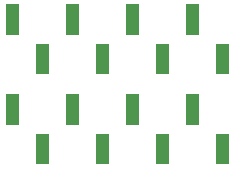
<source format=gbr>
G04 #@! TF.GenerationSoftware,KiCad,Pcbnew,5.0.2-bee76a0~70~ubuntu18.04.1*
G04 #@! TF.CreationDate,2019-03-08T21:19:01-05:00*
G04 #@! TF.ProjectId,2mm100mil-headers,326d6d31-3030-46d6-996c-2d6865616465,rev?*
G04 #@! TF.SameCoordinates,Original*
G04 #@! TF.FileFunction,Soldermask,Bot*
G04 #@! TF.FilePolarity,Negative*
%FSLAX46Y46*%
G04 Gerber Fmt 4.6, Leading zero omitted, Abs format (unit mm)*
G04 Created by KiCad (PCBNEW 5.0.2-bee76a0~70~ubuntu18.04.1) date Fri 08 Mar 2019 21:19:01 EST*
%MOMM*%
%LPD*%
G01*
G04 APERTURE LIST*
%ADD10C,0.100000*%
G04 APERTURE END LIST*
D10*
G36*
X116121000Y-108371000D02*
X115019000Y-108371000D01*
X115019000Y-105759000D01*
X116121000Y-105759000D01*
X116121000Y-108371000D01*
X116121000Y-108371000D01*
G37*
G36*
X121201000Y-108371000D02*
X120099000Y-108371000D01*
X120099000Y-105759000D01*
X121201000Y-105759000D01*
X121201000Y-108371000D01*
X121201000Y-108371000D01*
G37*
G36*
X111041000Y-108371000D02*
X109939000Y-108371000D01*
X109939000Y-105759000D01*
X111041000Y-105759000D01*
X111041000Y-108371000D01*
X111041000Y-108371000D01*
G37*
G36*
X105961000Y-108371000D02*
X104859000Y-108371000D01*
X104859000Y-105759000D01*
X105961000Y-105759000D01*
X105961000Y-108371000D01*
X105961000Y-108371000D01*
G37*
G36*
X108501000Y-105061000D02*
X107399000Y-105061000D01*
X107399000Y-102449000D01*
X108501000Y-102449000D01*
X108501000Y-105061000D01*
X108501000Y-105061000D01*
G37*
G36*
X118661000Y-105061000D02*
X117559000Y-105061000D01*
X117559000Y-102449000D01*
X118661000Y-102449000D01*
X118661000Y-105061000D01*
X118661000Y-105061000D01*
G37*
G36*
X113581000Y-105061000D02*
X112479000Y-105061000D01*
X112479000Y-102449000D01*
X113581000Y-102449000D01*
X113581000Y-105061000D01*
X113581000Y-105061000D01*
G37*
G36*
X103421000Y-105061000D02*
X102319000Y-105061000D01*
X102319000Y-102449000D01*
X103421000Y-102449000D01*
X103421000Y-105061000D01*
X103421000Y-105061000D01*
G37*
G36*
X121201000Y-100751000D02*
X120099000Y-100751000D01*
X120099000Y-98139000D01*
X121201000Y-98139000D01*
X121201000Y-100751000D01*
X121201000Y-100751000D01*
G37*
G36*
X116121000Y-100751000D02*
X115019000Y-100751000D01*
X115019000Y-98139000D01*
X116121000Y-98139000D01*
X116121000Y-100751000D01*
X116121000Y-100751000D01*
G37*
G36*
X111041000Y-100751000D02*
X109939000Y-100751000D01*
X109939000Y-98139000D01*
X111041000Y-98139000D01*
X111041000Y-100751000D01*
X111041000Y-100751000D01*
G37*
G36*
X105961000Y-100751000D02*
X104859000Y-100751000D01*
X104859000Y-98139000D01*
X105961000Y-98139000D01*
X105961000Y-100751000D01*
X105961000Y-100751000D01*
G37*
G36*
X108501000Y-97441000D02*
X107399000Y-97441000D01*
X107399000Y-94829000D01*
X108501000Y-94829000D01*
X108501000Y-97441000D01*
X108501000Y-97441000D01*
G37*
G36*
X113581000Y-97441000D02*
X112479000Y-97441000D01*
X112479000Y-94829000D01*
X113581000Y-94829000D01*
X113581000Y-97441000D01*
X113581000Y-97441000D01*
G37*
G36*
X118661000Y-97441000D02*
X117559000Y-97441000D01*
X117559000Y-94829000D01*
X118661000Y-94829000D01*
X118661000Y-97441000D01*
X118661000Y-97441000D01*
G37*
G36*
X103421000Y-97441000D02*
X102319000Y-97441000D01*
X102319000Y-94829000D01*
X103421000Y-94829000D01*
X103421000Y-97441000D01*
X103421000Y-97441000D01*
G37*
M02*

</source>
